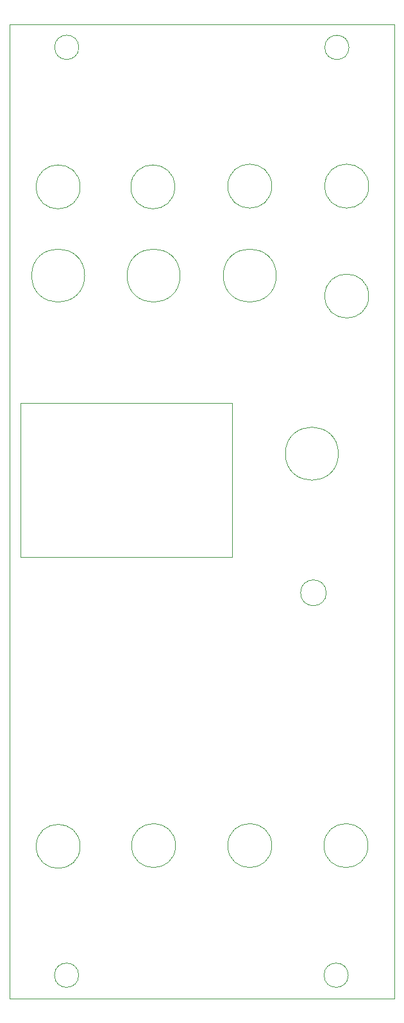
<source format=gbr>
G04 #@! TF.GenerationSoftware,KiCad,Pcbnew,6.0.7-1.fc35*
G04 #@! TF.CreationDate,2023-06-14T17:00:14-04:00*
G04 #@! TF.ProjectId,vccg_faceplate,76636367-5f66-4616-9365-706c6174652e,rev?*
G04 #@! TF.SameCoordinates,Original*
G04 #@! TF.FileFunction,Profile,NP*
%FSLAX46Y46*%
G04 Gerber Fmt 4.6, Leading zero omitted, Abs format (unit mm)*
G04 Created by KiCad (PCBNEW 6.0.7-1.fc35) date 2023-06-14 17:00:14*
%MOMM*%
%LPD*%
G01*
G04 APERTURE LIST*
G04 #@! TA.AperFunction,Profile*
%ADD10C,0.050000*%
G04 #@! TD*
G04 APERTURE END LIST*
D10*
X216600000Y-36800000D02*
G75*
G03*
X216600000Y-36800000I-2900000J0D01*
G01*
X194818000Y-143865600D02*
X194818000Y-143814800D01*
X242200000Y-51200000D02*
G75*
G03*
X242200000Y-51200000I-2900000J0D01*
G01*
X238200000Y-72000000D02*
G75*
G03*
X238200000Y-72000000I-3500000J0D01*
G01*
X242200000Y-36700000D02*
G75*
G03*
X242200000Y-36700000I-2900000J0D01*
G01*
X194818000Y-131318000D02*
X194818000Y-27940000D01*
X196215000Y-85598000D02*
X196215000Y-65278000D01*
X224155000Y-65278000D02*
X224155000Y-85598000D01*
X230000000Y-48500000D02*
G75*
G03*
X230000000Y-48500000I-3500000J0D01*
G01*
X239500000Y-140800000D02*
G75*
G03*
X239500000Y-140800000I-1600000J0D01*
G01*
X194818000Y-15443200D02*
X194818000Y-15392400D01*
X239600000Y-18400000D02*
G75*
G03*
X239600000Y-18400000I-1600000J0D01*
G01*
X242100000Y-123700000D02*
G75*
G03*
X242100000Y-123700000I-2900000J0D01*
G01*
X236600000Y-90350000D02*
G75*
G03*
X236600000Y-90350000I-1700000J0D01*
G01*
X245618000Y-143865600D02*
X194818000Y-143865600D01*
X245618000Y-27940000D02*
X245618000Y-15443200D01*
X245618000Y-15392400D02*
X245618000Y-15443200D01*
X203910000Y-140800000D02*
G75*
G03*
X203910000Y-140800000I-1600000J0D01*
G01*
X194818000Y-131318000D02*
X194818000Y-143814800D01*
X204100000Y-36800000D02*
G75*
G03*
X204100000Y-36800000I-2900000J0D01*
G01*
X245618000Y-143764000D02*
X245618000Y-143814800D01*
X203930000Y-18390000D02*
G75*
G03*
X203930000Y-18390000I-1600000J0D01*
G01*
X217300000Y-48500000D02*
G75*
G03*
X217300000Y-48500000I-3500000J0D01*
G01*
X194818000Y-15392400D02*
X245618000Y-15392400D01*
X194818000Y-27940000D02*
X194818000Y-15443200D01*
X216700000Y-123700000D02*
G75*
G03*
X216700000Y-123700000I-2900000J0D01*
G01*
X245618000Y-143814800D02*
X245618000Y-143865600D01*
X245618000Y-131318000D02*
X245618000Y-27940000D01*
X245618000Y-131318000D02*
X245618000Y-143764000D01*
X204100000Y-123800000D02*
G75*
G03*
X204100000Y-123800000I-2900000J0D01*
G01*
X196215000Y-65278000D02*
X224155000Y-65278000D01*
X204700000Y-48500000D02*
G75*
G03*
X204700000Y-48500000I-3500000J0D01*
G01*
X229400000Y-123700000D02*
G75*
G03*
X229400000Y-123700000I-2900000J0D01*
G01*
X229400000Y-36700000D02*
G75*
G03*
X229400000Y-36700000I-2900000J0D01*
G01*
X224155000Y-85598000D02*
X196215000Y-85598000D01*
M02*

</source>
